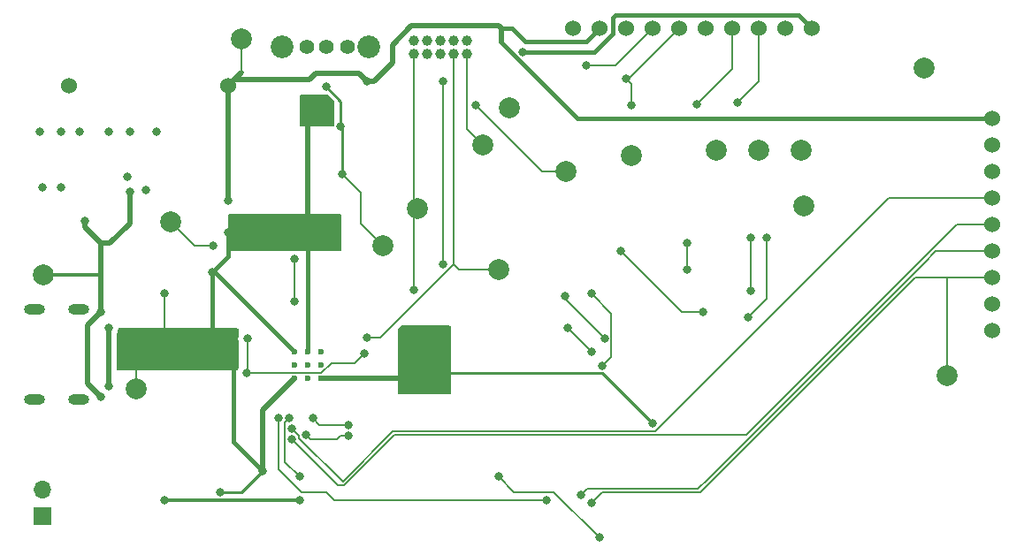
<source format=gbr>
%TF.GenerationSoftware,KiCad,Pcbnew,(6.0.5)*%
%TF.CreationDate,2022-08-05T12:45:28-07:00*%
%TF.ProjectId,RFIDice_V0_revised,52464944-6963-4655-9f56-305f72657669,rev?*%
%TF.SameCoordinates,Original*%
%TF.FileFunction,Copper,L2,Bot*%
%TF.FilePolarity,Positive*%
%FSLAX46Y46*%
G04 Gerber Fmt 4.6, Leading zero omitted, Abs format (unit mm)*
G04 Created by KiCad (PCBNEW (6.0.5)) date 2022-08-05 12:45:28*
%MOMM*%
%LPD*%
G01*
G04 APERTURE LIST*
%TA.AperFunction,ComponentPad*%
%ADD10O,2.000000X1.000000*%
%TD*%
%TA.AperFunction,ComponentPad*%
%ADD11C,2.000000*%
%TD*%
%TA.AperFunction,ComponentPad*%
%ADD12C,1.524000*%
%TD*%
%TA.AperFunction,ComponentPad*%
%ADD13C,1.422400*%
%TD*%
%TA.AperFunction,ComponentPad*%
%ADD14C,2.184400*%
%TD*%
%TA.AperFunction,ComponentPad*%
%ADD15C,1.000000*%
%TD*%
%TA.AperFunction,ComponentPad*%
%ADD16C,0.600000*%
%TD*%
%TA.AperFunction,ComponentPad*%
%ADD17R,1.700000X1.700000*%
%TD*%
%TA.AperFunction,ComponentPad*%
%ADD18O,1.700000X1.700000*%
%TD*%
%TA.AperFunction,ViaPad*%
%ADD19C,0.800000*%
%TD*%
%TA.AperFunction,Conductor*%
%ADD20C,0.508000*%
%TD*%
%TA.AperFunction,Conductor*%
%ADD21C,0.190500*%
%TD*%
%TA.AperFunction,Conductor*%
%ADD22C,0.200000*%
%TD*%
%TA.AperFunction,Conductor*%
%ADD23C,0.254000*%
%TD*%
%TA.AperFunction,Conductor*%
%ADD24C,0.381000*%
%TD*%
%TA.AperFunction,Conductor*%
%ADD25C,0.250000*%
%TD*%
%TA.AperFunction,Conductor*%
%ADD26C,0.304800*%
%TD*%
G04 APERTURE END LIST*
D10*
%TO.P,X1,M1*%
%TO.N,N/C*%
X82980000Y-79500000D03*
%TO.P,X1,M2*%
X82980000Y-88140000D03*
%TO.P,X1,M3*%
X78800000Y-79500000D03*
%TO.P,X1,M4*%
X78800000Y-88140000D03*
%TD*%
D11*
%TO.P,TP13,1,1*%
%TO.N,/I2C0_SDA*%
X163957000Y-56388000D03*
%TD*%
%TO.P,TP12,1,1*%
%TO.N,/I2C0_SCL*%
X152400000Y-69596000D03*
%TD*%
%TO.P,TP16,1,1*%
%TO.N,/SWD*%
X121666000Y-63754000D03*
%TD*%
%TO.P,TP2,1,1*%
%TO.N,GND1*%
X79629000Y-76200000D03*
%TD*%
%TO.P,TP7,1,1*%
%TO.N,/DISP_DATA{slash}COMMAND*%
X124206000Y-60198000D03*
%TD*%
%TO.P,TP9,1,1*%
%TO.N,/SPI_TX*%
X144018000Y-64262000D03*
%TD*%
D12*
%TO.P,BT1,1,+*%
%TO.N,+BATT*%
X97282000Y-58039000D03*
%TO.P,BT1,2,-*%
%TO.N,GND1*%
X82042000Y-58039000D03*
%TD*%
D11*
%TO.P,TP10,1,1*%
%TO.N,/SPI_SCK*%
X148082000Y-64262000D03*
%TD*%
%TO.P,TP15,1,1*%
%TO.N,/~{RESET}*%
X115443000Y-69850000D03*
%TD*%
D12*
%TO.P,U2,1,3.3V*%
%TO.N,+BATT*%
X170434000Y-61214000D03*
%TO.P,U2,2,SCK*%
%TO.N,unconnected-(U2-Pad2)*%
X170434000Y-63754000D03*
%TO.P,U2,3,MISO*%
%TO.N,unconnected-(U2-Pad3)*%
X170434000Y-66294000D03*
%TO.P,U2,4,MOSI/SDA/TX*%
%TO.N,/I2C0_SDA*%
X170434000Y-68834000D03*
%TO.P,U2,5,SSEL/SCL/RX*%
%TO.N,/I2C0_SCL*%
X170434000Y-71374000D03*
%TO.P,U2,6,RSTOUT_N*%
%TO.N,/PN532_RSTOUT_N*%
X170434000Y-73914000D03*
%TO.P,U2,7,IRQ*%
%TO.N,/PN532_IRQ*%
X170434000Y-76454000D03*
%TO.P,U2,8,GND*%
%TO.N,GND*%
X170434000Y-78994000D03*
%TO.P,U2,9,5.0V*%
%TO.N,unconnected-(U2-Pad9)*%
X170434000Y-81534000D03*
%TD*%
D11*
%TO.P,TP14,1,1*%
%TO.N,/PN532_IRQ*%
X166116000Y-85852000D03*
%TD*%
%TO.P,TP3,1,1*%
%TO.N,GND*%
X88519000Y-87122000D03*
%TD*%
D13*
%TO.P,SW1,1*%
%TO.N,unconnected-(SW1-Pad1)*%
X108712004Y-54356000D03*
%TO.P,SW1,2*%
%TO.N,/BATT_LOW_STAT*%
X106712004Y-54356000D03*
%TO.P,SW1,3*%
%TO.N,GND1*%
X104812004Y-54356000D03*
D14*
%TO.P,SW1,MT1*%
%TO.N,N/C*%
X110812004Y-54356000D03*
%TO.P,SW1,MT2*%
X102512004Y-54356000D03*
%TD*%
D11*
%TO.P,TP4,1,1*%
%TO.N,+BATT*%
X98552000Y-53594000D03*
%TD*%
%TO.P,TP5,1,1*%
%TO.N,+3V3*%
X129667000Y-66294000D03*
%TD*%
%TO.P,TP11,1,1*%
%TO.N,/SPI_RX*%
X152146000Y-64262000D03*
%TD*%
%TO.P,TP1,1,1*%
%TO.N,/BATT_LOW_STAT*%
X112141000Y-73406000D03*
%TD*%
D15*
%TO.P,J2,1,VCC*%
%TO.N,+3V3*%
X120142000Y-53721000D03*
%TO.P,J2,2,SWDIO*%
%TO.N,/SWD*%
X120142000Y-54991000D03*
%TO.P,J2,3,GND*%
%TO.N,GND*%
X118872000Y-53721000D03*
%TO.P,J2,4,SWDCLK*%
%TO.N,/SWCLK*%
X118872000Y-54991000D03*
%TO.P,J2,5,GND*%
%TO.N,GND*%
X117602000Y-53721000D03*
%TO.P,J2,6,SWO*%
%TO.N,unconnected-(J2-Pad6)*%
X117602000Y-54991000D03*
%TO.P,J2,7*%
%TO.N,N/C*%
X116332000Y-53721000D03*
%TO.P,J2,8*%
X116332000Y-54991000D03*
%TO.P,J2,9,GND*%
%TO.N,GND*%
X115062000Y-53721000D03*
%TO.P,J2,10,~{RESET}*%
%TO.N,/~{RESET}*%
X115062000Y-54991000D03*
%TD*%
D16*
%TO.P,U6,57,GND*%
%TO.N,GND*%
X104902000Y-83561000D03*
X103627000Y-83561000D03*
X103627000Y-86111000D03*
X103627000Y-84836000D03*
X104902000Y-86111000D03*
X106177000Y-84836000D03*
X104902000Y-84836000D03*
X106177000Y-86111000D03*
X106177000Y-83561000D03*
%TD*%
D17*
%TO.P,J1,1,Pin_1*%
%TO.N,/~{USB_BOOT}*%
X79502000Y-99314000D03*
D18*
%TO.P,J1,2,Pin_2*%
%TO.N,GND*%
X79502000Y-96774000D03*
%TD*%
D11*
%TO.P,TP18,1,1*%
%TO.N,/HALF_BATT_REF*%
X91821000Y-71120000D03*
%TD*%
%TO.P,TP17,1,1*%
%TO.N,/SWCLK*%
X123190000Y-75692000D03*
%TD*%
%TO.P,TP8,1,1*%
%TO.N,/SPI_CS*%
X135890000Y-64770000D03*
%TD*%
D12*
%TO.P,U8,1,Lite*%
%TO.N,+3V3*%
X153162000Y-52578000D03*
%TO.P,U8,2,MISO*%
%TO.N,/SPI_RX*%
X150622000Y-52578000D03*
%TO.P,U8,3,SCK*%
%TO.N,/SPI_SCK*%
X148082000Y-52578000D03*
%TO.P,U8,4,MOSI*%
%TO.N,/SPI_TX*%
X145542000Y-52578000D03*
%TO.P,U8,5,TFT_CS*%
%TO.N,unconnected-(U8-Pad5)*%
X143002000Y-52578000D03*
%TO.P,U8,6,Card_CS*%
%TO.N,/SPI_CS*%
X140462000Y-52578000D03*
%TO.P,U8,7,D/C*%
%TO.N,/DISP_DATA{slash}COMMAND*%
X137922000Y-52578000D03*
%TO.P,U8,8,Reset*%
%TO.N,/DISP_RST*%
X135382000Y-52578000D03*
%TO.P,U8,9,VCC*%
%TO.N,+BATT*%
X132842000Y-52578000D03*
%TO.P,U8,10,GND*%
%TO.N,GND*%
X130302000Y-52578000D03*
%TD*%
D19*
%TO.N,GND*%
X90170000Y-84836000D03*
X92456000Y-82042000D03*
X91186000Y-82042000D03*
X89916000Y-82042000D03*
%TO.N,*%
X81280000Y-67818000D03*
X79502000Y-67818000D03*
X87630000Y-66802000D03*
X89408000Y-68072000D03*
X90424000Y-62484000D03*
X87884000Y-62484000D03*
X85852000Y-62484000D03*
X83058000Y-62484000D03*
X81280000Y-62484000D03*
X79248000Y-62484000D03*
%TO.N,/BTN5*%
X147066000Y-80264000D03*
X148844000Y-72644000D03*
%TO.N,/BTN6*%
X147320000Y-77724000D03*
X147320000Y-72644000D03*
%TO.N,/BTN7*%
X141224000Y-75692000D03*
X141224000Y-73152000D03*
%TO.N,/BTN2*%
X132080000Y-83566000D03*
X129794000Y-81280000D03*
%TO.N,/BTN3*%
X133096000Y-84919100D03*
X132080000Y-77978000D03*
%TO.N,/BTN1*%
X134874000Y-73914000D03*
X142748000Y-79756000D03*
%TO.N,/BTN4*%
X129540000Y-78232000D03*
X133350000Y-82296000D03*
%TO.N,GND*%
X106426000Y-61214000D03*
X104902000Y-59436000D03*
X101346000Y-72136000D03*
X102616000Y-72136000D03*
X103886000Y-72136000D03*
X106426000Y-59944000D03*
%TO.N,/PN532_RSTOUT_N*%
X131064000Y-97282000D03*
X127762000Y-97790000D03*
%TO.N,/BATT_LOW_STAT*%
X108204000Y-66548000D03*
%TO.N,GND*%
X104902000Y-72644000D03*
%TO.N,/BATT_LOW_STAT*%
X106680000Y-58166000D03*
X108077000Y-61976000D03*
%TO.N,GND1*%
X87884000Y-68199000D03*
%TO.N,+3V3*%
X91186000Y-97790000D03*
X104140000Y-97790000D03*
X125476000Y-54864000D03*
X121031000Y-59944000D03*
%TO.N,GND*%
X115062000Y-82296000D03*
X117348000Y-85598000D03*
X93472000Y-82042000D03*
X88646000Y-82042000D03*
X137922000Y-90424000D03*
X95758000Y-75946000D03*
X100584000Y-94996000D03*
X91186000Y-84836000D03*
X91186000Y-77978000D03*
X96520000Y-97028000D03*
X97282000Y-72136000D03*
%TO.N,+5V*%
X85852000Y-86868000D03*
X85852000Y-81280000D03*
%TO.N,+BATT*%
X97282000Y-69088000D03*
X110617000Y-57658000D03*
%TO.N,GND1*%
X85090000Y-87884000D03*
X85090000Y-79756000D03*
X83566000Y-70993000D03*
%TO.N,/I2C0_SCL*%
X103378000Y-91948000D03*
%TO.N,/I2C0_SDA*%
X103378000Y-90932000D03*
%TO.N,/PN532_RSTOUT_N*%
X102108000Y-89916000D03*
%TO.N,/PN532_IRQ*%
X103124000Y-89916000D03*
X104140000Y-95504000D03*
X132080000Y-98044000D03*
%TO.N,/SPI_SCK*%
X146050000Y-59690000D03*
%TO.N,/SPI_TX*%
X142213905Y-59808301D03*
%TO.N,/SPI_CS*%
X135382000Y-57404000D03*
X135890000Y-59944000D03*
%TO.N,/DISP_DATA{slash}COMMAND*%
X131572000Y-56134000D03*
%TO.N,+1V1*%
X99187000Y-82296000D03*
X99060000Y-85598000D03*
X110363000Y-83693000D03*
%TO.N,/BTN1*%
X104721962Y-91525965D03*
X108839000Y-91567000D03*
%TO.N,/BTN2*%
X105410000Y-89916000D03*
X108839000Y-90551000D03*
%TO.N,/BTN3*%
X132842000Y-101346000D03*
X123190000Y-95504000D03*
%TO.N,/SWCLK*%
X110617000Y-82169000D03*
%TO.N,/SWD*%
X117856000Y-75184000D03*
X117856000Y-57658000D03*
%TO.N,/HALF_BATT_REF*%
X103632000Y-78740000D03*
X103632000Y-74676000D03*
X95885000Y-73406000D03*
%TO.N,/~{RESET}*%
X115062000Y-77597000D03*
%TD*%
D20*
%TO.N,+BATT*%
X109855000Y-56896000D02*
X110617000Y-57658000D01*
X105664000Y-56896000D02*
X109855000Y-56896000D01*
X97897411Y-57423589D02*
X97282000Y-58039000D01*
X105664000Y-56896000D02*
X105136411Y-57423589D01*
X105136411Y-57423589D02*
X97897411Y-57423589D01*
D21*
%TO.N,/BTN5*%
X148844000Y-78486000D02*
X147066000Y-80264000D01*
X148844000Y-72644000D02*
X148844000Y-78486000D01*
%TO.N,/BTN6*%
X147320000Y-72644000D02*
X147320000Y-77724000D01*
%TO.N,/BTN7*%
X141224000Y-73152000D02*
X141224000Y-75692000D01*
%TO.N,/BTN2*%
X129794000Y-81280000D02*
X132080000Y-83566000D01*
%TO.N,/BTN3*%
X133096000Y-84919100D02*
X133997161Y-84017939D01*
X133997161Y-84017939D02*
X133997161Y-79895161D01*
X133997161Y-79895161D02*
X132080000Y-77978000D01*
%TO.N,/BTN1*%
X140716000Y-79756000D02*
X134874000Y-73914000D01*
X142748000Y-79756000D02*
X140716000Y-79756000D01*
%TO.N,/BTN4*%
X129540000Y-78486000D02*
X129540000Y-78232000D01*
X133350000Y-82296000D02*
X129540000Y-78486000D01*
D20*
%TO.N,GND*%
X104902000Y-61468000D02*
X106426000Y-59944000D01*
X104902000Y-72644000D02*
X104902000Y-61468000D01*
%TO.N,+BATT*%
X123190000Y-52324000D02*
X123444000Y-52578000D01*
X114872847Y-52324000D02*
X123190000Y-52324000D01*
X113030000Y-54166847D02*
X114872847Y-52324000D01*
X113030000Y-55880000D02*
X113030000Y-54166847D01*
X110617000Y-57658000D02*
X111252000Y-57658000D01*
X111252000Y-57658000D02*
X113030000Y-55880000D01*
D22*
%TO.N,/PN532_RSTOUT_N*%
X107442000Y-97790000D02*
X127762000Y-97790000D01*
X106680000Y-97028000D02*
X107442000Y-97790000D01*
X104299942Y-97028000D02*
X102108000Y-94836058D01*
X106680000Y-97028000D02*
X104299942Y-97028000D01*
X102108000Y-94836058D02*
X102108000Y-89916000D01*
D21*
%TO.N,/BTN3*%
X128494489Y-96998489D02*
X132842000Y-101346000D01*
X124684489Y-96998489D02*
X128494489Y-96998489D01*
X123190000Y-95504000D02*
X124684489Y-96998489D01*
%TO.N,/PN532_IRQ*%
X142485832Y-97036168D02*
X133087832Y-97036168D01*
X163068000Y-76454000D02*
X142485832Y-97036168D01*
X166116000Y-76454000D02*
X163068000Y-76454000D01*
X133087832Y-97036168D02*
X132080000Y-98044000D01*
%TO.N,/I2C0_SCL*%
X107781327Y-96351327D02*
X103378000Y-91948000D01*
X108422016Y-96351327D02*
X107781327Y-96351327D01*
X113244923Y-91528420D02*
X108422016Y-96351327D01*
X146953836Y-91528420D02*
X113244923Y-91528420D01*
X167108256Y-71374000D02*
X146953836Y-91528420D01*
X170434000Y-71374000D02*
X167108256Y-71374000D01*
%TO.N,/I2C0_SDA*%
X113096371Y-91186000D02*
X108278213Y-96004158D01*
X138176000Y-91186000D02*
X113096371Y-91186000D01*
X160528000Y-68834000D02*
X138176000Y-91186000D01*
X170434000Y-68834000D02*
X160528000Y-68834000D01*
D22*
X104070051Y-91624051D02*
X104070051Y-91795996D01*
X103378000Y-90932000D02*
X104070051Y-91624051D01*
X104070051Y-91795996D02*
X108278213Y-96004158D01*
%TO.N,/BATT_LOW_STAT*%
X109982000Y-68326000D02*
X108204000Y-66548000D01*
X109982000Y-71247000D02*
X109982000Y-68326000D01*
D23*
X108204000Y-62103000D02*
X108077000Y-61976000D01*
X108204000Y-66548000D02*
X108204000Y-62103000D01*
D20*
%TO.N,GND*%
X100584000Y-89154000D02*
X103627000Y-86111000D01*
X100584000Y-94996000D02*
X100584000Y-89154000D01*
X113787000Y-86111000D02*
X113792000Y-86106000D01*
X106177000Y-86111000D02*
X113787000Y-86111000D01*
D24*
X104902000Y-72644000D02*
X104902000Y-83561000D01*
D25*
%TO.N,/BATT_LOW_STAT*%
X108077000Y-59563000D02*
X106680000Y-58166000D01*
X108077000Y-61976000D02*
X108077000Y-59563000D01*
D20*
%TO.N,GND1*%
X87884000Y-71247000D02*
X87884000Y-68199000D01*
X85979000Y-73152000D02*
X87884000Y-71247000D01*
X85090000Y-73152000D02*
X85979000Y-73152000D01*
D22*
%TO.N,+3V3*%
X129667000Y-66294000D02*
X127381000Y-66294000D01*
D26*
X104140000Y-97790000D02*
X91186000Y-97790000D01*
D22*
X127381000Y-66294000D02*
X121031000Y-59944000D01*
D24*
X151892000Y-51308000D02*
X153162000Y-52578000D01*
X132334000Y-54864000D02*
X134112000Y-53086000D01*
X134112000Y-51562000D02*
X134366000Y-51308000D01*
X134112000Y-53086000D02*
X134112000Y-51562000D01*
X125476000Y-54864000D02*
X132334000Y-54864000D01*
X134366000Y-51308000D02*
X151892000Y-51308000D01*
D22*
%TO.N,GND*%
X88519000Y-87122000D02*
X88519000Y-85090000D01*
D24*
X97282000Y-74422000D02*
X97282000Y-72136000D01*
X97790000Y-92202000D02*
X97790000Y-85090000D01*
X95758000Y-75946000D02*
X95758000Y-81534000D01*
X100584000Y-94996000D02*
X97790000Y-92202000D01*
X103627000Y-83561000D02*
X96012000Y-75946000D01*
D23*
X96520000Y-97028000D02*
X98552000Y-97028000D01*
D24*
X96012000Y-75946000D02*
X95758000Y-75946000D01*
X95758000Y-75946000D02*
X97282000Y-74422000D01*
D23*
X117348000Y-85598000D02*
X133096000Y-85598000D01*
D22*
X91186000Y-77978000D02*
X91186000Y-81788000D01*
D23*
X133096000Y-85598000D02*
X137922000Y-90424000D01*
X98552000Y-97028000D02*
X100584000Y-94996000D01*
D22*
X88519000Y-85090000D02*
X88646000Y-84963000D01*
D20*
%TO.N,+5V*%
X85852000Y-81280000D02*
X85852000Y-86868000D01*
D22*
%TO.N,/BATT_LOW_STAT*%
X112141000Y-73406000D02*
X109982000Y-71247000D01*
D24*
%TO.N,+BATT*%
X131572000Y-53848000D02*
X132842000Y-52578000D01*
X123444000Y-52578000D02*
X124460000Y-52578000D01*
D20*
X97282000Y-58039000D02*
X97282000Y-69088000D01*
X98552000Y-56769000D02*
X97282000Y-58039000D01*
D24*
X124460000Y-52578000D02*
X125730000Y-53848000D01*
X125730000Y-53848000D02*
X131572000Y-53848000D01*
X130776071Y-61214000D02*
X170434000Y-61214000D01*
D21*
X98552000Y-53594000D02*
X98552000Y-56769000D01*
D20*
X123444000Y-52578000D02*
X123444000Y-53881929D01*
D24*
X123444000Y-53881929D02*
X130776071Y-61214000D01*
D20*
%TO.N,GND1*%
X83820000Y-81026000D02*
X83820000Y-86614000D01*
D26*
X79629000Y-76200000D02*
X85090000Y-76200000D01*
D20*
X85090000Y-79756000D02*
X83820000Y-81026000D01*
X85090000Y-76200000D02*
X85090000Y-73152000D01*
X83566000Y-71628000D02*
X83566000Y-70993000D01*
X85090000Y-73152000D02*
X83566000Y-71628000D01*
X85090000Y-79756000D02*
X85090000Y-76200000D01*
X83820000Y-86614000D02*
X85090000Y-87884000D01*
D21*
%TO.N,/PN532_RSTOUT_N*%
X143256000Y-95710512D02*
X142272763Y-96693748D01*
X142272763Y-96693748D02*
X141989092Y-96693748D01*
X170434000Y-73914000D02*
X165052512Y-73914000D01*
X165052512Y-73914000D02*
X163933256Y-75033256D01*
X141989092Y-96693748D02*
X131652252Y-96693748D01*
X131652252Y-96693748D02*
X131064000Y-97282000D01*
X163933256Y-75033256D02*
X143256000Y-95710512D01*
%TO.N,/PN532_IRQ*%
X102730839Y-94094839D02*
X102730839Y-90309161D01*
X166116000Y-85852000D02*
X166116000Y-76454000D01*
X104140000Y-95504000D02*
X102730839Y-94094839D01*
X170434000Y-76454000D02*
X166116000Y-76454000D01*
X102730839Y-90309161D02*
X103124000Y-89916000D01*
%TO.N,/SPI_SCK*%
X148082000Y-57658000D02*
X148082000Y-52578000D01*
X146050000Y-59690000D02*
X148082000Y-57658000D01*
%TO.N,/SPI_TX*%
X142213905Y-59808301D02*
X145542000Y-56480206D01*
X145542000Y-56480206D02*
X145542000Y-52578000D01*
%TO.N,/SPI_CS*%
X135890000Y-59944000D02*
X135890000Y-57912000D01*
X135382000Y-57404000D02*
X135636000Y-57404000D01*
X135636000Y-57404000D02*
X140462000Y-52578000D01*
X135890000Y-57912000D02*
X135382000Y-57404000D01*
%TO.N,/DISP_DATA{slash}COMMAND*%
X134366000Y-56134000D02*
X137922000Y-52578000D01*
X131572000Y-56134000D02*
X134366000Y-56134000D01*
%TO.N,+1V1*%
X109457196Y-84598804D02*
X110363000Y-83693000D01*
X107188000Y-84598804D02*
X109457196Y-84598804D01*
X106222965Y-85563839D02*
X107188000Y-84598804D01*
X99060000Y-85598000D02*
X99187000Y-85471000D01*
X99060000Y-85598000D02*
X99094161Y-85563839D01*
X99187000Y-85471000D02*
X99187000Y-82296000D01*
X99094161Y-85563839D02*
X106222965Y-85563839D01*
D22*
%TO.N,/BTN1*%
X108077000Y-91567000D02*
X108839000Y-91567000D01*
X107696000Y-91948000D02*
X108077000Y-91567000D01*
X105143997Y-91948000D02*
X107696000Y-91948000D01*
X104721962Y-91525965D02*
X105143997Y-91948000D01*
%TO.N,/BTN2*%
X105410000Y-89916000D02*
X106045000Y-90551000D01*
X106045000Y-90551000D02*
X108839000Y-90551000D01*
D21*
%TO.N,/SWCLK*%
X123190000Y-75692000D02*
X119380000Y-75692000D01*
D22*
X110617000Y-82169000D02*
X111887000Y-82169000D01*
D21*
X118872000Y-75184000D02*
X118872000Y-54991000D01*
D22*
X111887000Y-82169000D02*
X118872000Y-75184000D01*
D21*
X119380000Y-75692000D02*
X118872000Y-75184000D01*
%TO.N,/SWD*%
X120142000Y-62230000D02*
X120142000Y-54991000D01*
X117856000Y-75184000D02*
X117856000Y-57658000D01*
X121666000Y-63754000D02*
X120142000Y-62230000D01*
D22*
%TO.N,/HALF_BATT_REF*%
X103632000Y-74676000D02*
X103632000Y-78740000D01*
X94107000Y-73406000D02*
X95885000Y-73406000D01*
X91821000Y-71120000D02*
X94107000Y-73406000D01*
%TO.N,/~{RESET}*%
X115062000Y-77597000D02*
X115062000Y-54991000D01*
%TD*%
%TA.AperFunction,Conductor*%
%TO.N,GND*%
G36*
X118560121Y-81046002D02*
G01*
X118606614Y-81099658D01*
X118618000Y-81152000D01*
X118618000Y-87504000D01*
X118597998Y-87572121D01*
X118544342Y-87618614D01*
X118492000Y-87630000D01*
X113664000Y-87630000D01*
X113595879Y-87609998D01*
X113549386Y-87556342D01*
X113538000Y-87504000D01*
X113538000Y-81430739D01*
X113558002Y-81362618D01*
X113574905Y-81341644D01*
X113853644Y-81062905D01*
X113915956Y-81028879D01*
X113942739Y-81026000D01*
X118492000Y-81026000D01*
X118560121Y-81046002D01*
G37*
%TD.AperFunction*%
%TD*%
%TA.AperFunction,Conductor*%
%TO.N,GND*%
G36*
X98240121Y-81300002D02*
G01*
X98286614Y-81353658D01*
X98298000Y-81406000D01*
X98298000Y-82074781D01*
X98295310Y-82100373D01*
X98293458Y-82106072D01*
X98273496Y-82296000D01*
X98293458Y-82485928D01*
X98295310Y-82491627D01*
X98298000Y-82517219D01*
X98298000Y-85067063D01*
X98281119Y-85130062D01*
X98225473Y-85226444D01*
X98223433Y-85232724D01*
X98223432Y-85232725D01*
X98215565Y-85256937D01*
X98175491Y-85315542D01*
X98110094Y-85343179D01*
X98095732Y-85344000D01*
X86740500Y-85344000D01*
X86672379Y-85323998D01*
X86625886Y-85270342D01*
X86614500Y-85218000D01*
X86614500Y-81810071D01*
X86631381Y-81747071D01*
X86683223Y-81657279D01*
X86683224Y-81657278D01*
X86686527Y-81651556D01*
X86745542Y-81469928D01*
X86753645Y-81392829D01*
X86780658Y-81327173D01*
X86838879Y-81286543D01*
X86878955Y-81280000D01*
X98172000Y-81280000D01*
X98240121Y-81300002D01*
G37*
%TD.AperFunction*%
%TD*%
%TA.AperFunction,Conductor*%
%TO.N,GND*%
G36*
X108095280Y-70377935D02*
G01*
X108141773Y-70431591D01*
X108153159Y-70483933D01*
X108153159Y-73788000D01*
X108133157Y-73856121D01*
X108079501Y-73902614D01*
X108027159Y-73914000D01*
X97408000Y-73914000D01*
X97339879Y-73893998D01*
X97293386Y-73840342D01*
X97282000Y-73788000D01*
X97282000Y-70483933D01*
X97302002Y-70415812D01*
X97355658Y-70369319D01*
X97408000Y-70357933D01*
X108027159Y-70357933D01*
X108095280Y-70377935D01*
G37*
%TD.AperFunction*%
%TD*%
%TA.AperFunction,Conductor*%
%TO.N,GND*%
G36*
X106921237Y-58948002D02*
G01*
X106942211Y-58964905D01*
X107405095Y-59427789D01*
X107439121Y-59490101D01*
X107442000Y-59516884D01*
X107442000Y-61785792D01*
X107438817Y-61810982D01*
X107438406Y-61812037D01*
X107437415Y-61819566D01*
X107431243Y-61866446D01*
X107402521Y-61931373D01*
X107343256Y-61970465D01*
X107306321Y-61976000D01*
X104266000Y-61976000D01*
X104197879Y-61955998D01*
X104151386Y-61902342D01*
X104140000Y-61850000D01*
X104140000Y-59054000D01*
X104160002Y-58985879D01*
X104213658Y-58939386D01*
X104266000Y-58928000D01*
X106853116Y-58928000D01*
X106921237Y-58948002D01*
G37*
%TD.AperFunction*%
%TD*%
M02*

</source>
